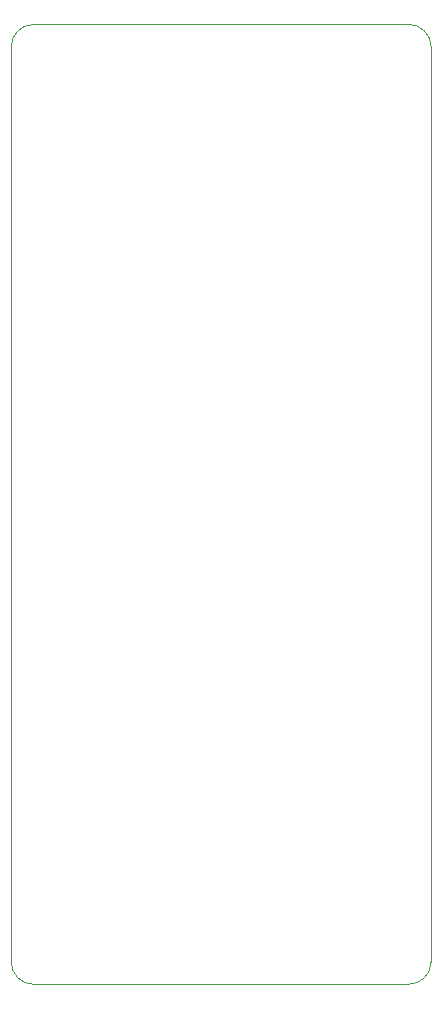
<source format=gbr>
G04 #@! TF.GenerationSoftware,KiCad,Pcbnew,(5.1.4)-1*
G04 #@! TF.CreationDate,2020-11-28T22:24:57-05:00*
G04 #@! TF.ProjectId,snek,736e656b-2e6b-4696-9361-645f70636258,rev?*
G04 #@! TF.SameCoordinates,Original*
G04 #@! TF.FileFunction,Profile,NP*
%FSLAX46Y46*%
G04 Gerber Fmt 4.6, Leading zero omitted, Abs format (unit mm)*
G04 Created by KiCad (PCBNEW (5.1.4)-1) date 2020-11-28 22:24:57*
%MOMM*%
%LPD*%
G04 APERTURE LIST*
%ADD10C,0.100000*%
G04 APERTURE END LIST*
D10*
X129540000Y-172085000D02*
G75*
G02X127635000Y-170180000I0J1905000D01*
G01*
X163195000Y-170180000D02*
G75*
G02X161290000Y-172085000I-1905000J0D01*
G01*
X161290000Y-90805000D02*
G75*
G02X163195000Y-92710000I0J-1905000D01*
G01*
X129540000Y-90805000D02*
X161290000Y-90805000D01*
X127635000Y-92710000D02*
G75*
G02X129540000Y-90805000I1905000J0D01*
G01*
X163195000Y-170180000D02*
X163195000Y-92710000D01*
X129540000Y-172085000D02*
X161290000Y-172085000D01*
X127635000Y-170180000D02*
X127635000Y-92710000D01*
M02*

</source>
